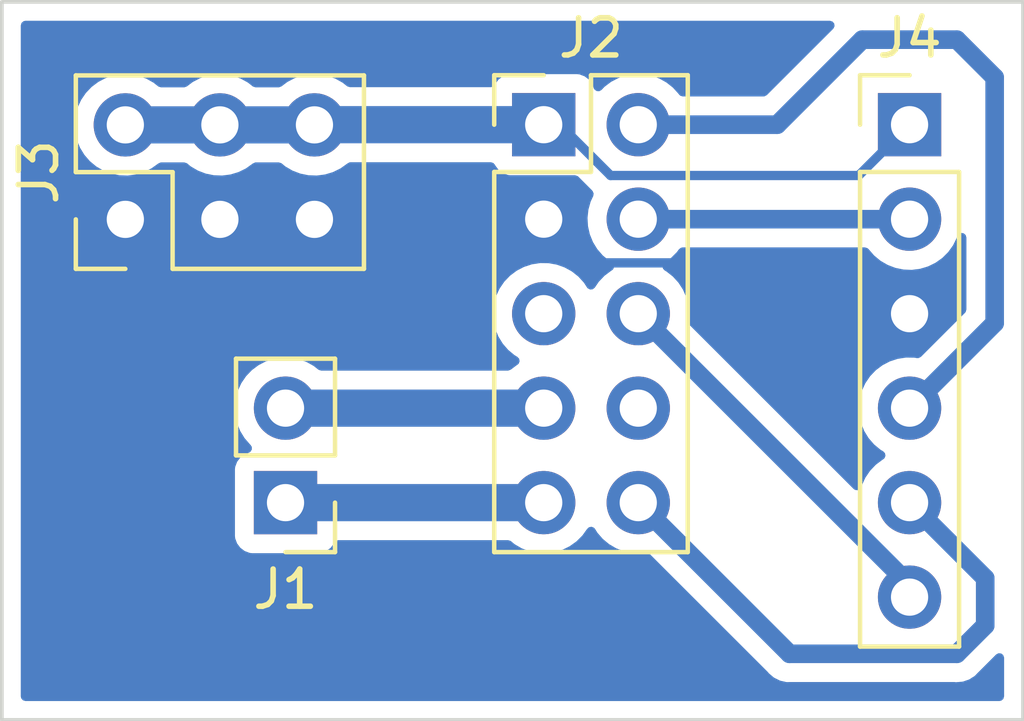
<source format=kicad_pcb>
(kicad_pcb (version 20210824) (generator pcbnew)
  (layers (0 "F.Cu" signal) (31 "B.Cu" signal) (34 "B.Paste" user) (35 "F.Paste" user) (36 "B.SilkS" user "B.Silkscreen") (37 "F.SilkS" user "F.Silkscreen") (38 "B.Mask" user) (39 "F.Mask" user) (44 "Edge.Cuts" user))
  (net 0 "")
  (net 1 "/RX")
  (net 2 "/TX")
  (net 3 "+3V3")
  (net 4 "/SWDIO")
  (net 5 "GND")
  (net 6 "/SWCLK")
  (net 8 "/SWO")
  (net 10 "/NRST")
  (footprint "Connector_PinHeader_2.54mm:PinHeader_1x02_P2.54mm_Vertical" (layer "F.Cu") (at 154.94 92.202 180)
    (fp_text reference "J1" (at 0 -2.33) (layer "F.SilkS"))
    (fp_text value "UART")
    (fp_line (start -1.33 1.27) (end 1.33 1.27) (layer "F.SilkS") (width 0.12))
    (fp_line (start -1.33 3.87) (end 1.33 3.87) (layer "F.SilkS") (width 0.12))
    (fp_line (start 1.33 1.27) (end 1.33 3.87) (layer "F.SilkS") (width 0.12))
    (fp_line (start -1.33 0) (end -1.33 -1.33) (layer "F.SilkS") (width 0.12))
    (fp_line (start -1.33 1.27) (end -1.33 3.87) (layer "F.SilkS") (width 0.12))
    (fp_line (start -1.33 -1.33) (end 0 -1.33) (layer "F.SilkS") (width 0.12))
    (pad "1" thru_hole rect locked (at 0 0 180) (size 1.7 1.7) (drill 1) (layers *.Cu *.Mask) (net 1 "/RX"))
    (pad "2" thru_hole oval locked (at 0 2.54 180) (size 1.7 1.7) (drill 1) (layers *.Cu *.Mask) (net 2 "/TX"))
  )
  (footprint "Connector_PinHeader_2.54mm:PinHeader_2x03_P2.54mm_Vertical" (layer "F.Cu") (at 150.637 84.587 90)
    (fp_text reference "J3" (at 1.27 -2.33 90) (layer "F.SilkS"))
    (fp_text value "Power")
    (fp_line (start 3.87 -1.33) (end 3.87 6.41) (layer "F.SilkS") (width 0.12))
    (fp_line (start -1.33 -1.33) (end 0 -1.33) (layer "F.SilkS") (width 0.12))
    (fp_line (start 1.27 -1.33) (end 3.87 -1.33) (layer "F.SilkS") (width 0.12))
    (fp_line (start -1.33 6.41) (end 3.87 6.41) (layer "F.SilkS") (width 0.12))
    (fp_line (start -1.33 0) (end -1.33 -1.33) (layer "F.SilkS") (width 0.12))
    (fp_line (start -1.33 1.27) (end 1.27 1.27) (layer "F.SilkS") (width 0.12))
    (fp_line (start -1.33 1.27) (end -1.33 6.41) (layer "F.SilkS") (width 0.12))
    (fp_line (start 1.27 1.27) (end 1.27 -1.33) (layer "F.SilkS") (width 0.12))
    (pad "1" thru_hole rect locked (at 0 0 90) (size 1.7 1.7) (drill 1) (layers *.Cu *.Mask) (net 5 "GND"))
    (pad "2" thru_hole oval locked (at 2.54 0 90) (size 1.7 1.7) (drill 1) (layers *.Cu *.Mask) (net 3 "+3V3"))
    (pad "3" thru_hole oval locked (at 0 2.54 90) (size 1.7 1.7) (drill 1) (layers *.Cu *.Mask) (net 5 "GND"))
    (pad "4" thru_hole oval locked (at 2.54 2.54 90) (size 1.7 1.7) (drill 1) (layers *.Cu *.Mask) (net 3 "+3V3"))
    (pad "5" thru_hole oval locked (at 0 5.08 90) (size 1.7 1.7) (drill 1) (layers *.Cu *.Mask) (net 5 "GND"))
    (pad "6" thru_hole oval locked (at 2.54 5.08 90) (size 1.7 1.7) (drill 1) (layers *.Cu *.Mask) (net 3 "+3V3"))
  )
  (footprint "Connector_PinHeader_2.54mm:PinHeader_2x05_P2.54mm_Vertical" (layer "F.Cu") (at 161.876 82.042)
    (fp_text reference "J2" (at 1.27 -2.33) (layer "F.SilkS"))
    (fp_text value "TagConnect")
    (fp_line (start -1.33 1.27) (end -1.33 11.49) (layer "F.SilkS") (width 0.12))
    (fp_line (start 1.27 1.27) (end 1.27 -1.33) (layer "F.SilkS") (width 0.12))
    (fp_line (start -1.33 0) (end -1.33 -1.33) (layer "F.SilkS") (width 0.12))
    (fp_line (start -1.33 11.49) (end 3.87 11.49) (layer "F.SilkS") (width 0.12))
    (fp_line (start 3.87 -1.33) (end 3.87 11.49) (layer "F.SilkS") (width 0.12))
    (fp_line (start -1.33 -1.33) (end 0 -1.33) (layer "F.SilkS") (width 0.12))
    (fp_line (start -1.33 1.27) (end 1.27 1.27) (layer "F.SilkS") (width 0.12))
    (fp_line (start 1.27 -1.33) (end 3.87 -1.33) (layer "F.SilkS") (width 0.12))
    (pad "1" thru_hole rect locked (at 0 0) (size 1.7 1.7) (drill 1) (layers *.Cu *.Mask) (net 3 "+3V3"))
    (pad "2" thru_hole oval locked (at 2.54 0) (size 1.7 1.7) (drill 1) (layers *.Cu *.Mask) (net 4 "/SWDIO"))
    (pad "3" thru_hole oval locked (at 0 2.54) (size 1.7 1.7) (drill 1) (layers *.Cu *.Mask) (net 5 "GND"))
    (pad "4" thru_hole oval locked (at 2.54 2.54) (size 1.7 1.7) (drill 1) (layers *.Cu *.Mask) (net 6 "/SWCLK"))
    (pad "5" thru_hole oval locked (at 0 5.08) (size 1.7 1.7) (drill 1) (layers *.Cu *.Mask))
    (pad "6" thru_hole oval locked (at 2.54 5.08) (size 1.7 1.7) (drill 1) (layers *.Cu *.Mask) (net 8 "/SWO"))
    (pad "7" thru_hole oval locked (at 0 7.62) (size 1.7 1.7) (drill 1) (layers *.Cu *.Mask) (net 2 "/TX"))
    (pad "8" thru_hole oval locked (at 2.54 7.62) (size 1.7 1.7) (drill 1) (layers *.Cu *.Mask))
    (pad "9" thru_hole oval locked (at 0 10.16) (size 1.7 1.7) (drill 1) (layers *.Cu *.Mask) (net 1 "/RX"))
    (pad "10" thru_hole oval locked (at 2.54 10.16) (size 1.7 1.7) (drill 1) (layers *.Cu *.Mask) (net 10 "/NRST"))
  )
  (footprint "Connector_PinHeader_2.54mm:PinHeader_1x06_P2.54mm_Vertical" (layer "F.Cu") (at 171.704 82.042)
    (fp_text reference "J4" (at 0 -2.33) (layer "F.SilkS"))
    (fp_text value "STLink")
    (fp_line (start -1.33 14.03) (end 1.33 14.03) (layer "F.SilkS") (width 0.12))
    (fp_line (start -1.33 1.27) (end 1.33 1.27) (layer "F.SilkS") (width 0.12))
    (fp_line (start 1.33 1.27) (end 1.33 14.03) (layer "F.SilkS") (width 0.12))
    (fp_line (start -1.33 -1.33) (end 0 -1.33) (layer "F.SilkS") (width 0.12))
    (fp_line (start -1.33 1.27) (end -1.33 14.03) (layer "F.SilkS") (width 0.12))
    (fp_line (start -1.33 0) (end -1.33 -1.33) (layer "F.SilkS") (width 0.12))
    (pad "1" thru_hole rect locked (at 0 0) (size 1.7 1.7) (drill 1) (layers *.Cu *.Mask) (net 3 "+3V3"))
    (pad "2" thru_hole oval locked (at 0 2.54) (size 1.7 1.7) (drill 1) (layers *.Cu *.Mask) (net 6 "/SWCLK"))
    (pad "3" thru_hole oval locked (at 0 5.08) (size 1.7 1.7) (drill 1) (layers *.Cu *.Mask) (net 5 "GND"))
    (pad "4" thru_hole oval locked (at 0 7.62) (size 1.7 1.7) (drill 1) (layers *.Cu *.Mask) (net 4 "/SWDIO"))
    (pad "5" thru_hole oval locked (at 0 10.16) (size 1.7 1.7) (drill 1) (layers *.Cu *.Mask) (net 10 "/NRST"))
    (pad "6" thru_hole oval locked (at 0 12.7) (size 1.7 1.7) (drill 1) (layers *.Cu *.Mask) (net 8 "/SWO"))
  )
  (gr_rect (start 147.32 78.74) (end 174.752 98.044) (layer "Edge.Cuts") (width 0.1) (fill none))
  (segment (start 161.876 92.202) (end 154.94 92.202) (width 1) (layer "B.Cu") (net 1))
  (segment (start 161.876 89.662) (end 154.94 89.662) (width 1) (layer "B.Cu") (net 2))
  (segment (start 163.671489 83.407489) (end 162.306 82.042) (width 0.25) (layer "B.Cu") (net 3))
  (segment (start 155.722 82.042) (end 155.717 82.047) (width 1) (layer "B.Cu") (net 3))
  (segment (start 155.717 82.047) (end 153.177 82.047) (width 1) (layer "B.Cu") (net 3))
  (segment (start 162.306 82.042) (end 161.876 82.042) (width 0.25) (layer "B.Cu") (net 3))
  (segment (start 161.876 82.042) (end 155.722 82.042) (width 1) (layer "B.Cu") (net 3))
  (segment (start 170.338511 83.407489) (end 163.671489 83.407489) (width 0.25) (layer "B.Cu") (net 3))
  (segment (start 153.177 82.047) (end 150.82002 82.047) (width 1) (layer "B.Cu") (net 3))
  (segment (start 171.704 82.042) (end 170.338511 83.407489) (width 0.25) (layer "B.Cu") (net 3))
  (segment (start 173.99 87.376) (end 171.704 89.662) (width 0.5) (layer "B.Cu") (net 4))
  (segment (start 164.416 82.042) (end 168.148 82.042) (width 0.5) (layer "B.Cu") (net 4))
  (segment (start 172.974 79.756) (end 173.99 80.772) (width 0.5) (layer "B.Cu") (net 4))
  (segment (start 168.148 82.042) (end 170.434 79.756) (width 0.5) (layer "B.Cu") (net 4))
  (segment (start 170.434 79.756) (end 172.974 79.756) (width 0.5) (layer "B.Cu") (net 4))
  (segment (start 173.99 80.772) (end 173.99 87.376) (width 0.5) (layer "B.Cu") (net 4))
  (segment (start 155.717 84.587) (end 161.871 84.587) (width 1) (layer "B.Cu") (net 5))
  (segment (start 153.177 84.587) (end 155.717 84.587) (width 1) (layer "B.Cu") (net 5))
  (segment (start 163.050511 85.756511) (end 161.876 84.582) (width 0.25) (layer "B.Cu") (net 5))
  (segment (start 170.338511 85.756511) (end 163.050511 85.756511) (width 0.25) (layer "B.Cu") (net 5))
  (segment (start 150.637 84.587) (end 153.177 84.587) (width 1) (layer "B.Cu") (net 5))
  (segment (start 171.704 87.122) (end 170.338511 85.756511) (width 0.25) (layer "B.Cu") (net 5))
  (segment (start 161.871 84.587) (end 161.876 84.582) (width 1) (layer "B.Cu") (net 5))
  (segment (start 171.704 84.582) (end 164.416 84.582) (width 0.5) (layer "B.Cu") (net 6))
  (segment (start 171.704 94.41) (end 171.704 94.742) (width 0.5) (layer "B.Cu") (net 8))
  (segment (start 164.416 87.122) (end 171.704 94.41) (width 0.5) (layer "B.Cu") (net 8))
  (segment (start 168.48 96.266) (end 172.974 96.266) (width 0.5) (layer "B.Cu") (net 10))
  (segment (start 164.416 92.202) (end 168.48 96.266) (width 0.5) (layer "B.Cu") (net 10))
  (segment (start 173.736 94.234) (end 171.704 92.202) (width 0.5) (layer "B.Cu") (net 10))
  (segment (start 173.736 95.504) (end 173.736 94.234) (width 0.5) (layer "B.Cu") (net 10))
  (segment (start 172.974 96.266) (end 173.736 95.504) (width 0.5) (layer "B.Cu") (net 10))
  (zone (net 5) (net_name "GND") (layer "B.Cu") (connect_pads yes (clearance 0.508)) (min_thickness 0.254) (fill yes (thermal_gap 0.508) (thermal_bridge_width 0.508))
    (polygon (pts (xy 174.752 98.044) (xy 147.32 98.044) (xy 147.32 78.74) (xy 174.752 78.74)))
  )
)
</source>
